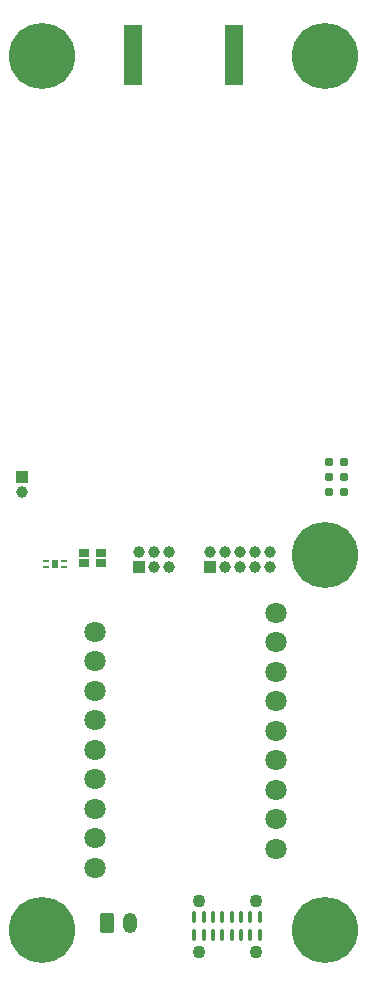
<source format=gbr>
%TF.GenerationSoftware,KiCad,Pcbnew,9.0.1*%
%TF.CreationDate,2025-10-09T14:44:29-04:00*%
%TF.ProjectId,OshTelemega,4f736854-656c-4656-9d65-67612e6b6963,rev?*%
%TF.SameCoordinates,Original*%
%TF.FileFunction,Soldermask,Top*%
%TF.FilePolarity,Negative*%
%FSLAX46Y46*%
G04 Gerber Fmt 4.6, Leading zero omitted, Abs format (unit mm)*
G04 Created by KiCad (PCBNEW 9.0.1) date 2025-10-09 14:44:29*
%MOMM*%
%LPD*%
G01*
G04 APERTURE LIST*
G04 Aperture macros list*
%AMRoundRect*
0 Rectangle with rounded corners*
0 $1 Rounding radius*
0 $2 $3 $4 $5 $6 $7 $8 $9 X,Y pos of 4 corners*
0 Add a 4 corners polygon primitive as box body*
4,1,4,$2,$3,$4,$5,$6,$7,$8,$9,$2,$3,0*
0 Add four circle primitives for the rounded corners*
1,1,$1+$1,$2,$3*
1,1,$1+$1,$4,$5*
1,1,$1+$1,$6,$7*
1,1,$1+$1,$8,$9*
0 Add four rect primitives between the rounded corners*
20,1,$1+$1,$2,$3,$4,$5,0*
20,1,$1+$1,$4,$5,$6,$7,0*
20,1,$1+$1,$6,$7,$8,$9,0*
20,1,$1+$1,$8,$9,$2,$3,0*%
G04 Aperture macros list end*
%ADD10RoundRect,0.062500X0.212500X-0.062500X0.212500X0.062500X-0.212500X0.062500X-0.212500X-0.062500X0*%
%ADD11R,0.600000X0.800000*%
%ADD12C,1.800000*%
%ADD13C,5.600000*%
%ADD14RoundRect,0.250000X-0.350000X-0.625000X0.350000X-0.625000X0.350000X0.625000X-0.350000X0.625000X0*%
%ADD15O,1.200000X1.750000*%
%ADD16RoundRect,0.075000X-0.075000X-0.425000X0.075000X-0.425000X0.075000X0.425000X-0.075000X0.425000X0*%
%ADD17C,1.100000*%
%ADD18R,0.850000X0.650000*%
%ADD19R,1.000000X1.000000*%
%ADD20C,1.000000*%
%ADD21C,0.787400*%
%ADD22R,1.500000X5.080000*%
G04 APERTURE END LIST*
D10*
%TO.C,U7*%
X23325000Y-66250000D03*
X24875000Y-66250000D03*
X24875000Y-65750000D03*
X23325000Y-65750000D03*
D11*
X24100000Y-66000000D03*
%TD*%
D12*
%TO.C,J6*%
X42800000Y-90099998D03*
X42800000Y-87599998D03*
X42800000Y-85099998D03*
X42800000Y-82599997D03*
X42800000Y-80099997D03*
X42800000Y-77599997D03*
X42800000Y-75100000D03*
X42800000Y-72600000D03*
X42800000Y-70100000D03*
%TD*%
D13*
%TO.C,H2*%
X23000000Y-97000000D03*
%TD*%
D14*
%TO.C,J8*%
X28500000Y-96350000D03*
D15*
X30500000Y-96350000D03*
%TD*%
D16*
%TO.C,J4*%
X35920000Y-95890000D03*
X36710000Y-95890000D03*
X37500000Y-95890000D03*
X38290000Y-95890000D03*
X39080000Y-95890000D03*
X39870000Y-95890000D03*
X40660000Y-95890000D03*
X41450000Y-95890000D03*
X41450000Y-97410000D03*
X40660000Y-97410000D03*
X39870000Y-97410000D03*
X39080000Y-97410000D03*
X38290000Y-97410000D03*
X37500000Y-97410000D03*
X36710000Y-97410000D03*
X35920000Y-97410000D03*
D17*
X36300000Y-94500000D03*
X36300000Y-98800000D03*
X41100000Y-94500000D03*
X41100000Y-98800000D03*
%TD*%
D18*
%TO.C,D5*%
X28050000Y-65050000D03*
X28050000Y-65900000D03*
X26600000Y-65050000D03*
X26600000Y-65900000D03*
%TD*%
D13*
%TO.C,H3*%
X47000000Y-97000000D03*
%TD*%
%TO.C,H4*%
X47000000Y-23000000D03*
%TD*%
%TO.C,H5*%
X47000000Y-65200000D03*
%TD*%
D19*
%TO.C,J9*%
X37240000Y-66200000D03*
D20*
X37240000Y-64929999D03*
X38510001Y-66200000D03*
X38510000Y-64930000D03*
X39780000Y-66200000D03*
X39780000Y-64930000D03*
X41050000Y-66200000D03*
X41050000Y-64930000D03*
X42319999Y-66200000D03*
X42320000Y-64930000D03*
%TD*%
D19*
%TO.C,J10*%
X31210000Y-66200000D03*
D20*
X31210000Y-64929999D03*
X32480001Y-66200000D03*
X32480000Y-64930000D03*
X33750000Y-66200000D03*
X33750000Y-64930000D03*
%TD*%
D21*
%TO.C,J1*%
X47349000Y-57330000D03*
X48619000Y-57330000D03*
X47349000Y-58600000D03*
X48619000Y-58600000D03*
X47349000Y-59870000D03*
X48619000Y-59870000D03*
%TD*%
D19*
%TO.C,J2*%
X21350000Y-58630000D03*
D20*
X21350000Y-59900000D03*
%TD*%
D12*
%TO.C,J7*%
X27499999Y-71700000D03*
X27499999Y-74200000D03*
X27499999Y-76700000D03*
X27499999Y-79200001D03*
X27499999Y-81700001D03*
X27499999Y-84200001D03*
X27499999Y-86699998D03*
X27499999Y-89199998D03*
X27499999Y-91699998D03*
%TD*%
D13*
%TO.C,H1*%
X23000000Y-23000000D03*
%TD*%
D22*
%TO.C,J3*%
X30750000Y-22900000D03*
X39250000Y-22900000D03*
%TD*%
M02*

</source>
